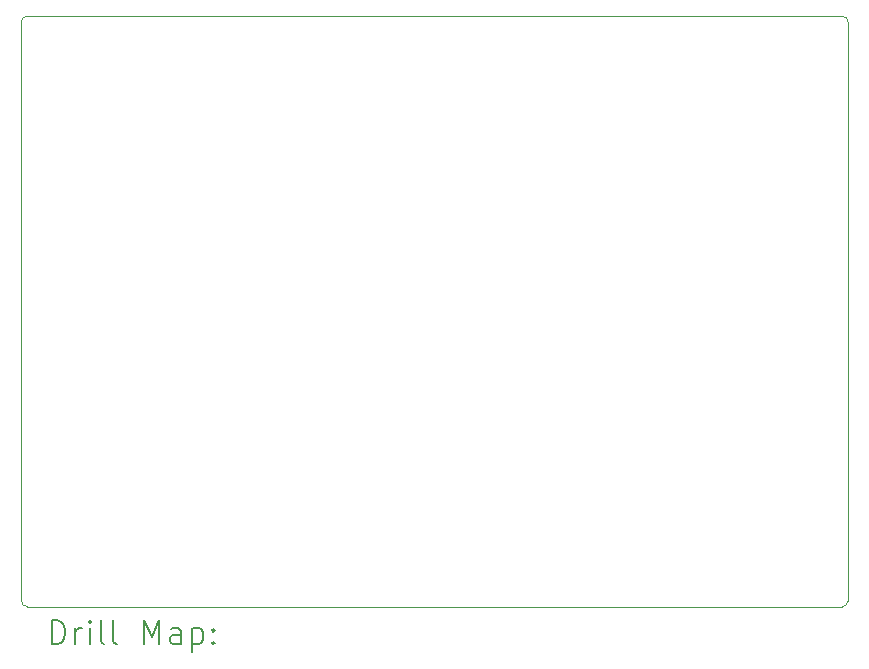
<source format=gbr>
%TF.GenerationSoftware,KiCad,Pcbnew,7.0.9-7.0.9~ubuntu20.04.1*%
%TF.CreationDate,2023-12-17T17:20:16+01:00*%
%TF.ProjectId,swr,7377722e-6b69-4636-9164-5f7063625858,1.0*%
%TF.SameCoordinates,Original*%
%TF.FileFunction,Drillmap*%
%TF.FilePolarity,Positive*%
%FSLAX45Y45*%
G04 Gerber Fmt 4.5, Leading zero omitted, Abs format (unit mm)*
G04 Created by KiCad (PCBNEW 7.0.9-7.0.9~ubuntu20.04.1) date 2023-12-17 17:20:16*
%MOMM*%
%LPD*%
G01*
G04 APERTURE LIST*
%ADD10C,0.100000*%
%ADD11C,0.200000*%
G04 APERTURE END LIST*
D10*
X16500000Y-9950000D02*
X16500000Y-5050000D01*
X9550000Y-10000000D02*
X16450000Y-10000000D01*
X9500000Y-5050000D02*
X9500000Y-9950000D01*
X16450000Y-10000000D02*
G75*
G03*
X16500000Y-9950000I0J50000D01*
G01*
X9500000Y-9950000D02*
G75*
G03*
X9550000Y-10000000I50000J0D01*
G01*
X16500000Y-5050000D02*
G75*
G03*
X16450000Y-5000000I-50000J0D01*
G01*
X9550000Y-5000000D02*
G75*
G03*
X9500000Y-5050000I0J-50000D01*
G01*
X16450000Y-5000000D02*
X9550000Y-5000000D01*
D11*
X9755777Y-10316484D02*
X9755777Y-10116484D01*
X9755777Y-10116484D02*
X9803396Y-10116484D01*
X9803396Y-10116484D02*
X9831967Y-10126008D01*
X9831967Y-10126008D02*
X9851015Y-10145055D01*
X9851015Y-10145055D02*
X9860539Y-10164103D01*
X9860539Y-10164103D02*
X9870063Y-10202198D01*
X9870063Y-10202198D02*
X9870063Y-10230770D01*
X9870063Y-10230770D02*
X9860539Y-10268865D01*
X9860539Y-10268865D02*
X9851015Y-10287912D01*
X9851015Y-10287912D02*
X9831967Y-10306960D01*
X9831967Y-10306960D02*
X9803396Y-10316484D01*
X9803396Y-10316484D02*
X9755777Y-10316484D01*
X9955777Y-10316484D02*
X9955777Y-10183150D01*
X9955777Y-10221246D02*
X9965301Y-10202198D01*
X9965301Y-10202198D02*
X9974824Y-10192674D01*
X9974824Y-10192674D02*
X9993872Y-10183150D01*
X9993872Y-10183150D02*
X10012920Y-10183150D01*
X10079586Y-10316484D02*
X10079586Y-10183150D01*
X10079586Y-10116484D02*
X10070063Y-10126008D01*
X10070063Y-10126008D02*
X10079586Y-10135531D01*
X10079586Y-10135531D02*
X10089110Y-10126008D01*
X10089110Y-10126008D02*
X10079586Y-10116484D01*
X10079586Y-10116484D02*
X10079586Y-10135531D01*
X10203396Y-10316484D02*
X10184348Y-10306960D01*
X10184348Y-10306960D02*
X10174824Y-10287912D01*
X10174824Y-10287912D02*
X10174824Y-10116484D01*
X10308158Y-10316484D02*
X10289110Y-10306960D01*
X10289110Y-10306960D02*
X10279586Y-10287912D01*
X10279586Y-10287912D02*
X10279586Y-10116484D01*
X10536729Y-10316484D02*
X10536729Y-10116484D01*
X10536729Y-10116484D02*
X10603396Y-10259341D01*
X10603396Y-10259341D02*
X10670063Y-10116484D01*
X10670063Y-10116484D02*
X10670063Y-10316484D01*
X10851015Y-10316484D02*
X10851015Y-10211722D01*
X10851015Y-10211722D02*
X10841491Y-10192674D01*
X10841491Y-10192674D02*
X10822444Y-10183150D01*
X10822444Y-10183150D02*
X10784348Y-10183150D01*
X10784348Y-10183150D02*
X10765301Y-10192674D01*
X10851015Y-10306960D02*
X10831967Y-10316484D01*
X10831967Y-10316484D02*
X10784348Y-10316484D01*
X10784348Y-10316484D02*
X10765301Y-10306960D01*
X10765301Y-10306960D02*
X10755777Y-10287912D01*
X10755777Y-10287912D02*
X10755777Y-10268865D01*
X10755777Y-10268865D02*
X10765301Y-10249817D01*
X10765301Y-10249817D02*
X10784348Y-10240293D01*
X10784348Y-10240293D02*
X10831967Y-10240293D01*
X10831967Y-10240293D02*
X10851015Y-10230770D01*
X10946253Y-10183150D02*
X10946253Y-10383150D01*
X10946253Y-10192674D02*
X10965301Y-10183150D01*
X10965301Y-10183150D02*
X11003396Y-10183150D01*
X11003396Y-10183150D02*
X11022444Y-10192674D01*
X11022444Y-10192674D02*
X11031967Y-10202198D01*
X11031967Y-10202198D02*
X11041491Y-10221246D01*
X11041491Y-10221246D02*
X11041491Y-10278389D01*
X11041491Y-10278389D02*
X11031967Y-10297436D01*
X11031967Y-10297436D02*
X11022444Y-10306960D01*
X11022444Y-10306960D02*
X11003396Y-10316484D01*
X11003396Y-10316484D02*
X10965301Y-10316484D01*
X10965301Y-10316484D02*
X10946253Y-10306960D01*
X11127205Y-10297436D02*
X11136729Y-10306960D01*
X11136729Y-10306960D02*
X11127205Y-10316484D01*
X11127205Y-10316484D02*
X11117682Y-10306960D01*
X11117682Y-10306960D02*
X11127205Y-10297436D01*
X11127205Y-10297436D02*
X11127205Y-10316484D01*
X11127205Y-10192674D02*
X11136729Y-10202198D01*
X11136729Y-10202198D02*
X11127205Y-10211722D01*
X11127205Y-10211722D02*
X11117682Y-10202198D01*
X11117682Y-10202198D02*
X11127205Y-10192674D01*
X11127205Y-10192674D02*
X11127205Y-10211722D01*
M02*

</source>
